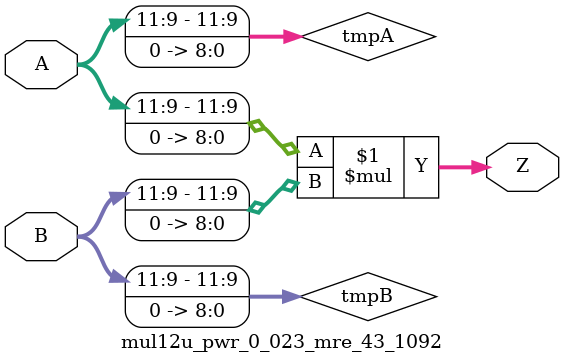
<source format=v>
/***
* This code is a part of ApproxLib library (ehw.fit.vutbr.cz/approxlib) distributed under a XXXX public license.
* When used, please cite the following article: tbd 
* This file is pareto optimal sub-set in the pdk45_pwr and mre% parameters
***/

//Behavioral model of 12-bit Truncated Multiplier
//Truncated bits: 9

module mul12u_pwr_0_023_mre_43_1092(
	A, 
	B,
	Z
);

input [12-1:0] A;
input [12-1:0] B;
output [2*12-1:0] Z;

wire [12-1:0] tmpA;
wire [12-1:0] tmpB;
assign tmpA = {A[12-1:9],{9{1'b0}}};
assign tmpB = {B[12-1:9],{9{1'b0}}};
assign Z = tmpA * tmpB;
endmodule


// internal reference: truncation-tm.12.mul12u_pwr_0_023_mre_43_1092


</source>
